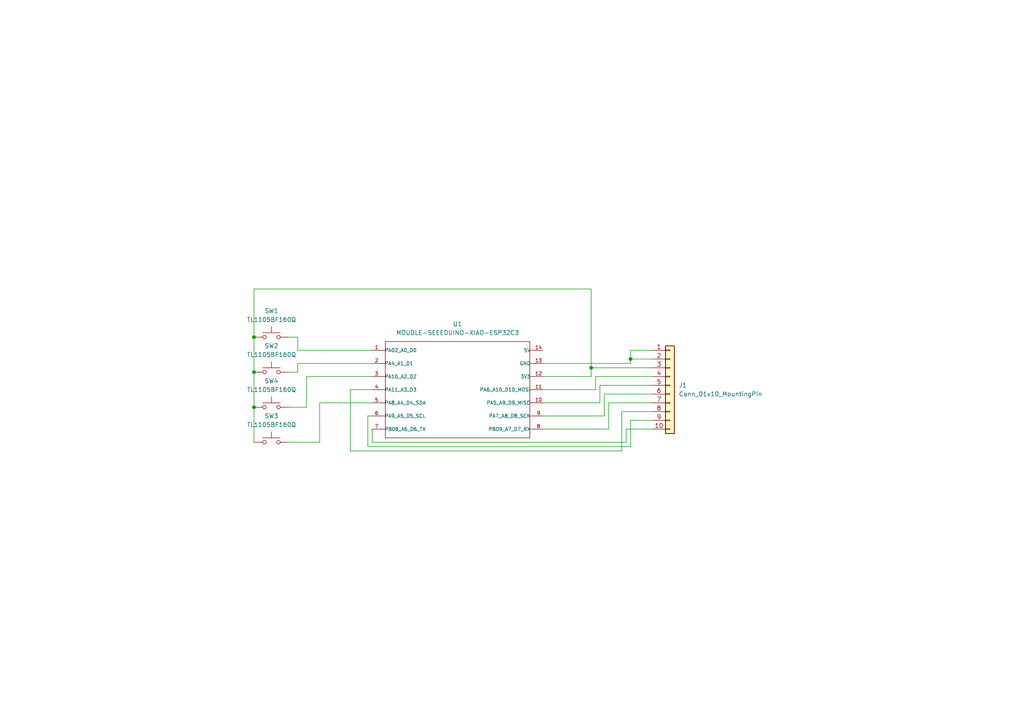
<source format=kicad_sch>
(kicad_sch (version 20250114) (generator "eeschema") (generator_version "9.0")
  (paper "A4")
  (title_block (title "Cardbot Controller") (date "2025-07-14") (rev "1.0") (company "Makr"))
  (lib_symbols
    (symbol "Connector_Generic:Conn_01x10" (pin_names (offset 1.016) (hide yes))
      (property "Reference" "J" (at 0 12.7 0))
      (property "Value" "Conn_01x10" (at 0 -15.24 0))
      (symbol "Conn_01x10_1_1"
        (rectangle (start -1.27 11.43) (end 1.27 -13.97) (stroke (width 0.254)) (fill (type background)))
        (rectangle (start -1.27 10.287) (end 0 10.033) (stroke (width 0.1524)))
        (rectangle (start -1.27 7.747) (end 0 7.493) (stroke (width 0.1524)))
        (rectangle (start -1.27 5.207) (end 0 4.953) (stroke (width 0.1524)))
        (rectangle (start -1.27 2.667) (end 0 2.413) (stroke (width 0.1524)))
        (rectangle (start -1.27 0.127) (end 0 -0.127) (stroke (width 0.1524)))
        (rectangle (start -1.27 -2.413) (end 0 -2.667) (stroke (width 0.1524)))
        (rectangle (start -1.27 -4.953) (end 0 -5.207) (stroke (width 0.1524)))
        (rectangle (start -1.27 -7.493) (end 0 -7.747) (stroke (width 0.1524)))
        (rectangle (start -1.27 -10.033) (end 0 -10.287) (stroke (width 0.1524)))
        (rectangle (start -1.27 -12.573) (end 0 -12.827) (stroke (width 0.1524)))
        (pin passive line (at -5.08 10.16 0) (length 3.81) (name "Pin_1") (number "1"))
        (pin passive line (at -5.08 7.62 0) (length 3.81) (name "Pin_2") (number "2"))
        (pin passive line (at -5.08 5.08 0) (length 3.81) (name "Pin_3") (number "3"))
        (pin passive line (at -5.08 2.54 0) (length 3.81) (name "Pin_4") (number "4"))
        (pin passive line (at -5.08 0 0) (length 3.81) (name "Pin_5") (number "5"))
        (pin passive line (at -5.08 -2.54 0) (length 3.81) (name "Pin_6") (number "6"))
        (pin passive line (at -5.08 -5.08 0) (length 3.81) (name "Pin_7") (number "7"))
        (pin passive line (at -5.08 -7.62 0) (length 3.81) (name "Pin_8") (number "8"))
        (pin passive line (at -5.08 -10.16 0) (length 3.81) (name "Pin_9") (number "9"))
        (pin passive line (at -5.08 -12.7 0) (length 3.81) (name "Pin_10") (number "10"))
      )
    )
    (symbol "Switch:SW_Push" (pin_numbers (hide yes)) (pin_names (offset 1.016) (hide yes))
      (property "Reference" "SW" (at 1.27 2.54 0))
      (property "Value" "SW_Push" (at 0 -1.524 0))
      (symbol "SW_Push_0_1"
        (circle (center -2.032 0) (radius 0.508))
        (polyline (pts (xy 0 1.27) (xy 0 3.048)))
        (circle (center 2.032 0) (radius 0.508))
        (polyline (pts (xy 2.54 1.27) (xy -2.54 1.27)))
        (pin passive line (at -5.08 0 0) (length 2.54) (name "1") (number "1"))
        (pin passive line (at 5.08 0 180) (length 2.54) (name "2") (number "2"))
      )
    )
    (symbol "Xiao Esp32c3:MOUDLE-SEEEDUINO-XIAO-ESP32C3" (pin_names (offset 1.016))
      (property "Reference" "U" (at -21.59 15.24 0))
      (property "Value" "MOUDLE-SEEEDUINO-XIAO-ESP32C3" (at -21.59 13.97 0))
      (symbol "MOUDLE-SEEEDUINO-XIAO-ESP32C3_0_0"
        (polyline (pts (xy -21.59 13.97) (xy 20.32 13.97)) (stroke (width 0.1524)))
        (polyline (pts (xy -21.59 11.43) (xy -22.86 11.43)) (stroke (width 0.1524)))
        (polyline (pts (xy -21.59 11.43) (xy -21.59 13.97)) (stroke (width 0.1524)))
        (polyline (pts (xy -21.59 7.62) (xy -22.86 7.62)) (stroke (width 0.1524)))
        (polyline (pts (xy -21.59 7.62) (xy -21.59 11.43)) (stroke (width 0.1524)))
        (polyline (pts (xy -21.59 3.81) (xy -22.86 3.81)) (stroke (width 0.1524)))
        (polyline (pts (xy -21.59 3.81) (xy -21.59 7.62)) (stroke (width 0.1524)))
        (polyline (pts (xy -21.59 0) (xy -22.86 0)) (stroke (width 0.1524)))
        (polyline (pts (xy -21.59 0) (xy -21.59 3.81)) (stroke (width 0.1524)))
        (polyline (pts (xy -21.59 -3.81) (xy -22.86 -3.81)) (stroke (width 0.1524)))
        (polyline (pts (xy -21.59 -7.62) (xy -22.86 -7.62)) (stroke (width 0.1524)))
        (polyline (pts (xy -21.59 -11.43) (xy -22.86 -11.43)) (stroke (width 0.1524)))
        (polyline (pts (xy -21.59 -13.97) (xy -21.59 0)) (stroke (width 0.1524)))
        (polyline (pts (xy 20.32 13.97) (xy 20.32 11.43)) (stroke (width 0.1524)))
        (polyline (pts (xy 20.32 11.43) (xy 20.32 7.62)) (stroke (width 0.1524)))
        (polyline (pts (xy 20.32 7.62) (xy 20.32 3.81)) (stroke (width 0.1524)))
        (polyline (pts (xy 20.32 3.81) (xy 20.32 -13.97)) (stroke (width 0.1524)))
        (polyline (pts (xy 20.32 -13.97) (xy -21.59 -13.97)) (stroke (width 0.1524)))
        (polyline (pts (xy 21.59 11.43) (xy 20.32 11.43)) (stroke (width 0.1524)))
        (polyline (pts (xy 21.59 7.62) (xy 20.32 7.62)) (stroke (width 0.1524)))
        (polyline (pts (xy 21.59 3.81) (xy 20.32 3.81)) (stroke (width 0.1524)))
        (polyline (pts (xy 21.59 0) (xy 20.32 0)) (stroke (width 0.1524)))
        (polyline (pts (xy 21.59 -3.81) (xy 20.32 -3.81)) (stroke (width 0.1524)))
        (polyline (pts (xy 21.59 -7.62) (xy 20.32 -7.62)) (stroke (width 0.1524)))
        (polyline (pts (xy 21.59 -11.43) (xy 20.32 -11.43)) (stroke (width 0.1524)))
        (pin bidirectional line (at -25.4 11.43 0) (length 2.54) (name "PA02_A0_D0") (number "1"))
        (pin bidirectional line (at -25.4 7.62 0) (length 2.54) (name "PA4_A1_D1") (number "2"))
        (pin bidirectional line (at -25.4 3.81 0) (length 2.54) (name "PA10_A2_D2") (number "3"))
        (pin bidirectional line (at -25.4 0 0) (length 2.54) (name "PA11_A3_D3") (number "4"))
        (pin bidirectional line (at -25.4 -3.81 0) (length 2.54) (name "PA8_A4_D4_SDA") (number "5"))
        (pin bidirectional line (at -25.4 -7.62 0) (length 2.54) (name "PA9_A5_D5_SCL") (number "6"))
        (pin bidirectional line (at -25.4 -11.43 0) (length 2.54) (name "PB08_A6_D6_TX") (number "7"))
        (pin bidirectional line (at 24.13 11.43 180) (length 2.54) (name "5V") (number "14"))
        (pin bidirectional line (at 24.13 7.62 180) (length 2.54) (name "GND") (number "13"))
        (pin bidirectional line (at 24.13 3.81 180) (length 2.54) (name "3V3") (number "12"))
        (pin bidirectional line (at 24.13 0 180) (length 2.54) (name "PA6_A10_D10_MOSI") (number "11"))
        (pin bidirectional line (at 24.13 -3.81 180) (length 2.54) (name "PA5_A9_D9_MISO") (number "10"))
        (pin bidirectional line (at 24.13 -7.62 180) (length 2.54) (name "PA7_A8_D8_SCK") (number "9"))
        (pin bidirectional line (at 24.13 -11.43 180) (length 2.54) (name "PB09_A7_D7_RX") (number "8"))
      )
    )
  )
  (junction (at 73.66 107.95))
  (junction (at 171.45 106.68))
  (junction (at 73.66 118.11))
  (junction (at 182.88 104.14))
  (junction (at 73.66 97.79))
  (wire (pts (xy 157.48 120.65) (xy 175.26 120.65)))
  (wire (pts (xy 86.36 97.79) (xy 86.36 101.6)))
  (wire (pts (xy 83.82 97.79) (xy 86.36 97.79)))
  (wire (pts (xy 182.88 101.6) (xy 182.88 104.14)))
  (wire (pts (xy 86.36 101.6) (xy 107.95 101.6)))
  (wire (pts (xy 171.45 109.22) (xy 171.45 106.68)))
  (wire (pts (xy 176.53 116.84) (xy 189.23 116.84)))
  (wire (pts (xy 180.34 130.81) (xy 180.34 119.38)))
  (wire (pts (xy 189.23 124.46) (xy 181.61 124.46)))
  (wire (pts (xy 107.95 128.27) (xy 181.61 128.27)))
  (wire (pts (xy 176.53 124.46) (xy 176.53 116.84)))
  (wire (pts (xy 157.48 116.84) (xy 173.99 116.84)))
  (wire (pts (xy 88.9 109.22) (xy 107.95 109.22)))
  (wire (pts (xy 107.95 120.65) (xy 106.68 120.65)))
  (wire (pts (xy 83.82 118.11) (xy 88.9 118.11)))
  (wire (pts (xy 172.72 113.03) (xy 172.72 109.22)))
  (wire (pts (xy 171.45 83.82) (xy 73.66 83.82)))
  (wire (pts (xy 182.88 121.92) (xy 182.88 129.54)))
  (wire (pts (xy 182.88 104.14) (xy 182.88 105.41)))
  (wire (pts (xy 173.99 116.84) (xy 173.99 111.76)))
  (wire (pts (xy 182.88 101.6) (xy 189.23 101.6)))
  (wire (pts (xy 86.36 105.41) (xy 107.95 105.41)))
  (wire (pts (xy 83.82 128.27) (xy 92.71 128.27)))
  (wire (pts (xy 172.72 109.22) (xy 189.23 109.22)))
  (wire (pts (xy 182.88 121.92) (xy 189.23 121.92)))
  (wire (pts (xy 157.48 113.03) (xy 172.72 113.03)))
  (wire (pts (xy 92.71 128.27) (xy 92.71 116.84)))
  (wire (pts (xy 88.9 118.11) (xy 88.9 109.22)))
  (wire (pts (xy 106.68 120.65) (xy 106.68 129.54)))
  (wire (pts (xy 107.95 124.46) (xy 107.95 128.27)))
  (wire (pts (xy 175.26 114.3) (xy 189.23 114.3)))
  (wire (pts (xy 175.26 120.65) (xy 175.26 114.3)))
  (wire (pts (xy 171.45 106.68) (xy 171.45 83.82)))
  (wire (pts (xy 73.66 83.82) (xy 73.66 97.79)))
  (wire (pts (xy 189.23 104.14) (xy 182.88 104.14)))
  (wire (pts (xy 73.66 97.79) (xy 73.66 107.95)))
  (wire (pts (xy 157.48 109.22) (xy 171.45 109.22)))
  (wire (pts (xy 73.66 118.11) (xy 73.66 128.27)))
  (wire (pts (xy 106.68 129.54) (xy 182.88 129.54)))
  (wire (pts (xy 73.66 107.95) (xy 73.66 118.11)))
  (wire (pts (xy 180.34 119.38) (xy 189.23 119.38)))
  (wire (pts (xy 107.95 113.03) (xy 101.6 113.03)))
  (wire (pts (xy 173.99 111.76) (xy 189.23 111.76)))
  (wire (pts (xy 157.48 124.46) (xy 176.53 124.46)))
  (wire (pts (xy 171.45 106.68) (xy 189.23 106.68)))
  (wire (pts (xy 83.82 107.95) (xy 86.36 107.95)))
  (wire (pts (xy 92.71 116.84) (xy 107.95 116.84)))
  (wire (pts (xy 101.6 130.81) (xy 180.34 130.81)))
  (wire (pts (xy 181.61 124.46) (xy 181.61 128.27)))
  (wire (pts (xy 157.48 105.41) (xy 182.88 105.41)))
  (wire (pts (xy 101.6 113.03) (xy 101.6 130.81)))
  (wire (pts (xy 86.36 107.95) (xy 86.36 105.41)))
  (symbol (lib_id "Switch:SW_Push") (at 78.74 128.27 0) (unit 1)
    (property "Reference" "SW3" (at 78.74 120.65 0))
    (property "Value" "TL1105BF160Q" (at 78.74 123.19 0))
    (property "Datasheet" "https://configured-product-images.s3.amazonaws.com/Datasheets/TL1105.pdf" (effects (hide yes)))
    (property "Description" "Push button switch, generic, two pins" (effects (hide yes)))
  )
  (symbol (lib_id "Switch:SW_Push") (at 78.74 107.95 0) (unit 1)
    (property "Reference" "SW2" (at 78.74 100.33 0))
    (property "Value" "TL1105BF160Q" (at 78.74 102.87 0))
    (property "Description" "Push button switch, generic, two pins" (effects (hide yes)))
  )
  (symbol (lib_id "Switch:SW_Push") (at 78.74 97.79 0) (unit 1)
    (property "Reference" "SW1" (at 78.74 90.17 0))
    (property "Value" "TL1105BF160Q" (at 78.74 92.71 0))
    (property "Datasheet" "https://configured-product-images.s3.amazonaws.com/Datasheets/TL1105.pdf" (effects (hide yes)))
    (property "Description" "Push button switch, generic, two pins" (effects (hide yes)))
  )
  (symbol (lib_id "Xiao Esp32c3:MOUDLE-SEEEDUINO-XIAO-ESP32C3") (at 133.35 113.03 0) (unit 1)
    (property "Reference" "U1" (at 132.715 93.98 0))
    (property "Value" "MOUDLE-SEEEDUINO-XIAO-ESP32C3" (at 132.715 96.52 0))
    (property "Footprint" "MOUDLE14P-SMD-2.54-21X17.8MM" (effects (hide yes)))
  )
  (symbol (lib_id "Connector_Generic:Conn_01x10") (at 194.31 111.76 0) (unit 1)
    (property "Reference" "J1" (at 196.85 111.7599 0) (effects (justify left)))
    (property "Value" "Conn_01x10_MountingPin" (at 196.85 114.2999 0) (effects (justify left)))
    (property "Description" "Generic connector, single row, 01x10, script generated (kicad-library-utils/schlib/autogen/connector/)" (effects (hide yes)))
  )
  (symbol (lib_id "Switch:SW_Push") (at 78.74 118.11 0) (unit 1)
    (property "Reference" "SW4" (at 78.74 110.49 0))
    (property "Value" "TL1105BF160Q" (at 78.74 113.03 0))
    (property "Datasheet" "https://configured-product-images.s3.amazonaws.com/Datasheets/TL1105.pdf" (effects (hide yes)))
    (property "Description" "Push button switch, generic, two pins" (effects (hide yes)))
  )
)
</source>
